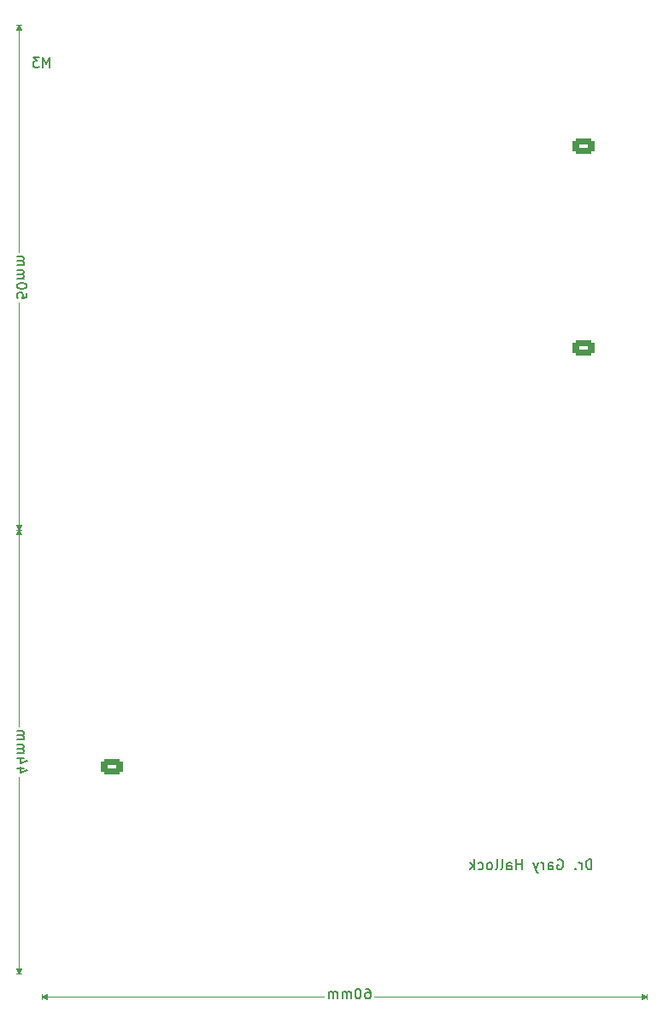
<source format=gbr>
G04 #@! TF.GenerationSoftware,KiCad,Pcbnew,7.0.2*
G04 #@! TF.CreationDate,2023-10-17T16:40:19-05:00*
G04 #@! TF.ProjectId,ContactorDriver,436f6e74-6163-4746-9f72-447269766572,rev?*
G04 #@! TF.SameCoordinates,Original*
G04 #@! TF.FileFunction,Legend,Bot*
G04 #@! TF.FilePolarity,Positive*
%FSLAX46Y46*%
G04 Gerber Fmt 4.6, Leading zero omitted, Abs format (unit mm)*
G04 Created by KiCad (PCBNEW 7.0.2) date 2023-10-17 16:40:19*
%MOMM*%
%LPD*%
G01*
G04 APERTURE LIST*
G04 Aperture macros list*
%AMRoundRect*
0 Rectangle with rounded corners*
0 $1 Rounding radius*
0 $2 $3 $4 $5 $6 $7 $8 $9 X,Y pos of 4 corners*
0 Add a 4 corners polygon primitive as box body*
4,1,4,$2,$3,$4,$5,$6,$7,$8,$9,$2,$3,0*
0 Add four circle primitives for the rounded corners*
1,1,$1+$1,$2,$3*
1,1,$1+$1,$4,$5*
1,1,$1+$1,$6,$7*
1,1,$1+$1,$8,$9*
0 Add four rect primitives between the rounded corners*
20,1,$1+$1,$2,$3,$4,$5,0*
20,1,$1+$1,$4,$5,$6,$7,0*
20,1,$1+$1,$6,$7,$8,$9,0*
20,1,$1+$1,$8,$9,$2,$3,0*%
G04 Aperture macros list end*
%ADD10C,0.120000*%
%ADD11C,0.100000*%
%ADD12C,0.150000*%
%ADD13C,2.902000*%
%ADD14O,2.122000X1.602000*%
%ADD15RoundRect,0.301001X0.759999X-0.499999X0.759999X0.499999X-0.759999X0.499999X-0.759999X-0.499999X0*%
%ADD16C,3.000000*%
%ADD17RoundRect,0.301001X-0.759999X0.499999X-0.759999X-0.499999X0.759999X-0.499999X0.759999X0.499999X0*%
%ADD18C,4.602880*%
%ADD19C,3.200000*%
%ADD20O,1.902000X1.302000*%
%ADD21C,1.270000*%
%ADD22C,1.802000*%
G04 APERTURE END LIST*
D10*
X167000000Y-167250000D02*
X195000000Y-167250000D01*
X226500000Y-167250000D02*
X200000000Y-167250000D01*
X167000000Y-167000000D02*
X167000000Y-167500000D01*
D11*
X167500000Y-167500000D02*
X167000000Y-167250000D01*
X167500000Y-167000000D01*
X167500000Y-167500000D01*
G36*
X167500000Y-167500000D02*
G01*
X167000000Y-167250000D01*
X167500000Y-167000000D01*
X167500000Y-167500000D01*
G37*
X165000000Y-121500000D02*
X164500000Y-121500000D01*
X164750000Y-121000000D01*
X165000000Y-121500000D01*
G36*
X165000000Y-121500000D02*
G01*
X164500000Y-121500000D01*
X164750000Y-121000000D01*
X165000000Y-121500000D01*
G37*
X164750000Y-121000000D02*
X164500000Y-120500000D01*
X165000000Y-120500000D01*
X164750000Y-121000000D01*
G36*
X164750000Y-121000000D02*
G01*
X164500000Y-120500000D01*
X165000000Y-120500000D01*
X164750000Y-121000000D01*
G37*
D10*
X164500000Y-71000000D02*
X165000000Y-71000000D01*
X164750000Y-93500000D02*
X164750000Y-71500000D01*
X165000000Y-121000000D02*
X164500000Y-121000000D01*
X164750000Y-164500000D02*
X164750000Y-145500000D01*
D11*
X165000000Y-71500000D02*
X164500000Y-71500000D01*
X164750000Y-71000000D01*
X165000000Y-71500000D01*
G36*
X165000000Y-71500000D02*
G01*
X164500000Y-71500000D01*
X164750000Y-71000000D01*
X165000000Y-71500000D01*
G37*
D10*
X164750000Y-120500000D02*
X164750000Y-98500000D01*
D11*
X164750000Y-165000000D02*
X164500000Y-164500000D01*
X165000000Y-164500000D01*
X164750000Y-165000000D01*
G36*
X164750000Y-165000000D02*
G01*
X164500000Y-164500000D01*
X165000000Y-164500000D01*
X164750000Y-165000000D01*
G37*
D10*
X165000000Y-165000000D02*
X164500000Y-165000000D01*
D11*
X227000000Y-167250000D02*
X226500000Y-167500000D01*
X226500000Y-167000000D01*
X227000000Y-167250000D01*
G36*
X227000000Y-167250000D02*
G01*
X226500000Y-167500000D01*
X226500000Y-167000000D01*
X227000000Y-167250000D01*
G37*
D10*
X227000000Y-167500000D02*
X227000000Y-167000000D01*
X164750000Y-140500000D02*
X164750000Y-121500000D01*
D12*
X199119047Y-166462619D02*
X199309523Y-166462619D01*
X199309523Y-166462619D02*
X199404761Y-166510238D01*
X199404761Y-166510238D02*
X199452380Y-166557857D01*
X199452380Y-166557857D02*
X199547618Y-166700714D01*
X199547618Y-166700714D02*
X199595237Y-166891190D01*
X199595237Y-166891190D02*
X199595237Y-167272142D01*
X199595237Y-167272142D02*
X199547618Y-167367380D01*
X199547618Y-167367380D02*
X199499999Y-167415000D01*
X199499999Y-167415000D02*
X199404761Y-167462619D01*
X199404761Y-167462619D02*
X199214285Y-167462619D01*
X199214285Y-167462619D02*
X199119047Y-167415000D01*
X199119047Y-167415000D02*
X199071428Y-167367380D01*
X199071428Y-167367380D02*
X199023809Y-167272142D01*
X199023809Y-167272142D02*
X199023809Y-167034047D01*
X199023809Y-167034047D02*
X199071428Y-166938809D01*
X199071428Y-166938809D02*
X199119047Y-166891190D01*
X199119047Y-166891190D02*
X199214285Y-166843571D01*
X199214285Y-166843571D02*
X199404761Y-166843571D01*
X199404761Y-166843571D02*
X199499999Y-166891190D01*
X199499999Y-166891190D02*
X199547618Y-166938809D01*
X199547618Y-166938809D02*
X199595237Y-167034047D01*
X198404761Y-166462619D02*
X198309523Y-166462619D01*
X198309523Y-166462619D02*
X198214285Y-166510238D01*
X198214285Y-166510238D02*
X198166666Y-166557857D01*
X198166666Y-166557857D02*
X198119047Y-166653095D01*
X198119047Y-166653095D02*
X198071428Y-166843571D01*
X198071428Y-166843571D02*
X198071428Y-167081666D01*
X198071428Y-167081666D02*
X198119047Y-167272142D01*
X198119047Y-167272142D02*
X198166666Y-167367380D01*
X198166666Y-167367380D02*
X198214285Y-167415000D01*
X198214285Y-167415000D02*
X198309523Y-167462619D01*
X198309523Y-167462619D02*
X198404761Y-167462619D01*
X198404761Y-167462619D02*
X198499999Y-167415000D01*
X198499999Y-167415000D02*
X198547618Y-167367380D01*
X198547618Y-167367380D02*
X198595237Y-167272142D01*
X198595237Y-167272142D02*
X198642856Y-167081666D01*
X198642856Y-167081666D02*
X198642856Y-166843571D01*
X198642856Y-166843571D02*
X198595237Y-166653095D01*
X198595237Y-166653095D02*
X198547618Y-166557857D01*
X198547618Y-166557857D02*
X198499999Y-166510238D01*
X198499999Y-166510238D02*
X198404761Y-166462619D01*
X197642856Y-167462619D02*
X197642856Y-166795952D01*
X197642856Y-166891190D02*
X197595237Y-166843571D01*
X197595237Y-166843571D02*
X197499999Y-166795952D01*
X197499999Y-166795952D02*
X197357142Y-166795952D01*
X197357142Y-166795952D02*
X197261904Y-166843571D01*
X197261904Y-166843571D02*
X197214285Y-166938809D01*
X197214285Y-166938809D02*
X197214285Y-167462619D01*
X197214285Y-166938809D02*
X197166666Y-166843571D01*
X197166666Y-166843571D02*
X197071428Y-166795952D01*
X197071428Y-166795952D02*
X196928571Y-166795952D01*
X196928571Y-166795952D02*
X196833332Y-166843571D01*
X196833332Y-166843571D02*
X196785713Y-166938809D01*
X196785713Y-166938809D02*
X196785713Y-167462619D01*
X196309523Y-167462619D02*
X196309523Y-166795952D01*
X196309523Y-166891190D02*
X196261904Y-166843571D01*
X196261904Y-166843571D02*
X196166666Y-166795952D01*
X196166666Y-166795952D02*
X196023809Y-166795952D01*
X196023809Y-166795952D02*
X195928571Y-166843571D01*
X195928571Y-166843571D02*
X195880952Y-166938809D01*
X195880952Y-166938809D02*
X195880952Y-167462619D01*
X195880952Y-166938809D02*
X195833333Y-166843571D01*
X195833333Y-166843571D02*
X195738095Y-166795952D01*
X195738095Y-166795952D02*
X195595238Y-166795952D01*
X195595238Y-166795952D02*
X195499999Y-166843571D01*
X195499999Y-166843571D02*
X195452380Y-166938809D01*
X195452380Y-166938809D02*
X195452380Y-167462619D01*
X221500000Y-154662619D02*
X221500000Y-153662619D01*
X221500000Y-153662619D02*
X221261905Y-153662619D01*
X221261905Y-153662619D02*
X221119048Y-153710238D01*
X221119048Y-153710238D02*
X221023810Y-153805476D01*
X221023810Y-153805476D02*
X220976191Y-153900714D01*
X220976191Y-153900714D02*
X220928572Y-154091190D01*
X220928572Y-154091190D02*
X220928572Y-154234047D01*
X220928572Y-154234047D02*
X220976191Y-154424523D01*
X220976191Y-154424523D02*
X221023810Y-154519761D01*
X221023810Y-154519761D02*
X221119048Y-154615000D01*
X221119048Y-154615000D02*
X221261905Y-154662619D01*
X221261905Y-154662619D02*
X221500000Y-154662619D01*
X220500000Y-154662619D02*
X220500000Y-153995952D01*
X220500000Y-154186428D02*
X220452381Y-154091190D01*
X220452381Y-154091190D02*
X220404762Y-154043571D01*
X220404762Y-154043571D02*
X220309524Y-153995952D01*
X220309524Y-153995952D02*
X220214286Y-153995952D01*
X219880952Y-154567380D02*
X219833333Y-154615000D01*
X219833333Y-154615000D02*
X219880952Y-154662619D01*
X219880952Y-154662619D02*
X219928571Y-154615000D01*
X219928571Y-154615000D02*
X219880952Y-154567380D01*
X219880952Y-154567380D02*
X219880952Y-154662619D01*
X218119048Y-153710238D02*
X218214286Y-153662619D01*
X218214286Y-153662619D02*
X218357143Y-153662619D01*
X218357143Y-153662619D02*
X218500000Y-153710238D01*
X218500000Y-153710238D02*
X218595238Y-153805476D01*
X218595238Y-153805476D02*
X218642857Y-153900714D01*
X218642857Y-153900714D02*
X218690476Y-154091190D01*
X218690476Y-154091190D02*
X218690476Y-154234047D01*
X218690476Y-154234047D02*
X218642857Y-154424523D01*
X218642857Y-154424523D02*
X218595238Y-154519761D01*
X218595238Y-154519761D02*
X218500000Y-154615000D01*
X218500000Y-154615000D02*
X218357143Y-154662619D01*
X218357143Y-154662619D02*
X218261905Y-154662619D01*
X218261905Y-154662619D02*
X218119048Y-154615000D01*
X218119048Y-154615000D02*
X218071429Y-154567380D01*
X218071429Y-154567380D02*
X218071429Y-154234047D01*
X218071429Y-154234047D02*
X218261905Y-154234047D01*
X217214286Y-154662619D02*
X217214286Y-154138809D01*
X217214286Y-154138809D02*
X217261905Y-154043571D01*
X217261905Y-154043571D02*
X217357143Y-153995952D01*
X217357143Y-153995952D02*
X217547619Y-153995952D01*
X217547619Y-153995952D02*
X217642857Y-154043571D01*
X217214286Y-154615000D02*
X217309524Y-154662619D01*
X217309524Y-154662619D02*
X217547619Y-154662619D01*
X217547619Y-154662619D02*
X217642857Y-154615000D01*
X217642857Y-154615000D02*
X217690476Y-154519761D01*
X217690476Y-154519761D02*
X217690476Y-154424523D01*
X217690476Y-154424523D02*
X217642857Y-154329285D01*
X217642857Y-154329285D02*
X217547619Y-154281666D01*
X217547619Y-154281666D02*
X217309524Y-154281666D01*
X217309524Y-154281666D02*
X217214286Y-154234047D01*
X216738095Y-154662619D02*
X216738095Y-153995952D01*
X216738095Y-154186428D02*
X216690476Y-154091190D01*
X216690476Y-154091190D02*
X216642857Y-154043571D01*
X216642857Y-154043571D02*
X216547619Y-153995952D01*
X216547619Y-153995952D02*
X216452381Y-153995952D01*
X216214285Y-153995952D02*
X215976190Y-154662619D01*
X215738095Y-153995952D02*
X215976190Y-154662619D01*
X215976190Y-154662619D02*
X216071428Y-154900714D01*
X216071428Y-154900714D02*
X216119047Y-154948333D01*
X216119047Y-154948333D02*
X216214285Y-154995952D01*
X214595237Y-154662619D02*
X214595237Y-153662619D01*
X214595237Y-154138809D02*
X214023809Y-154138809D01*
X214023809Y-154662619D02*
X214023809Y-153662619D01*
X213119047Y-154662619D02*
X213119047Y-154138809D01*
X213119047Y-154138809D02*
X213166666Y-154043571D01*
X213166666Y-154043571D02*
X213261904Y-153995952D01*
X213261904Y-153995952D02*
X213452380Y-153995952D01*
X213452380Y-153995952D02*
X213547618Y-154043571D01*
X213119047Y-154615000D02*
X213214285Y-154662619D01*
X213214285Y-154662619D02*
X213452380Y-154662619D01*
X213452380Y-154662619D02*
X213547618Y-154615000D01*
X213547618Y-154615000D02*
X213595237Y-154519761D01*
X213595237Y-154519761D02*
X213595237Y-154424523D01*
X213595237Y-154424523D02*
X213547618Y-154329285D01*
X213547618Y-154329285D02*
X213452380Y-154281666D01*
X213452380Y-154281666D02*
X213214285Y-154281666D01*
X213214285Y-154281666D02*
X213119047Y-154234047D01*
X212499999Y-154662619D02*
X212595237Y-154615000D01*
X212595237Y-154615000D02*
X212642856Y-154519761D01*
X212642856Y-154519761D02*
X212642856Y-153662619D01*
X211976189Y-154662619D02*
X212071427Y-154615000D01*
X212071427Y-154615000D02*
X212119046Y-154519761D01*
X212119046Y-154519761D02*
X212119046Y-153662619D01*
X211452379Y-154662619D02*
X211547617Y-154615000D01*
X211547617Y-154615000D02*
X211595236Y-154567380D01*
X211595236Y-154567380D02*
X211642855Y-154472142D01*
X211642855Y-154472142D02*
X211642855Y-154186428D01*
X211642855Y-154186428D02*
X211595236Y-154091190D01*
X211595236Y-154091190D02*
X211547617Y-154043571D01*
X211547617Y-154043571D02*
X211452379Y-153995952D01*
X211452379Y-153995952D02*
X211309522Y-153995952D01*
X211309522Y-153995952D02*
X211214284Y-154043571D01*
X211214284Y-154043571D02*
X211166665Y-154091190D01*
X211166665Y-154091190D02*
X211119046Y-154186428D01*
X211119046Y-154186428D02*
X211119046Y-154472142D01*
X211119046Y-154472142D02*
X211166665Y-154567380D01*
X211166665Y-154567380D02*
X211214284Y-154615000D01*
X211214284Y-154615000D02*
X211309522Y-154662619D01*
X211309522Y-154662619D02*
X211452379Y-154662619D01*
X210261903Y-154615000D02*
X210357141Y-154662619D01*
X210357141Y-154662619D02*
X210547617Y-154662619D01*
X210547617Y-154662619D02*
X210642855Y-154615000D01*
X210642855Y-154615000D02*
X210690474Y-154567380D01*
X210690474Y-154567380D02*
X210738093Y-154472142D01*
X210738093Y-154472142D02*
X210738093Y-154186428D01*
X210738093Y-154186428D02*
X210690474Y-154091190D01*
X210690474Y-154091190D02*
X210642855Y-154043571D01*
X210642855Y-154043571D02*
X210547617Y-153995952D01*
X210547617Y-153995952D02*
X210357141Y-153995952D01*
X210357141Y-153995952D02*
X210261903Y-154043571D01*
X209833331Y-154662619D02*
X209833331Y-153662619D01*
X209738093Y-154281666D02*
X209452379Y-154662619D01*
X209452379Y-153995952D02*
X209833331Y-154376904D01*
X165204047Y-144619047D02*
X164537380Y-144619047D01*
X165585000Y-144857142D02*
X164870714Y-145095237D01*
X164870714Y-145095237D02*
X164870714Y-144476190D01*
X165204047Y-143666666D02*
X164537380Y-143666666D01*
X165585000Y-143904761D02*
X164870714Y-144142856D01*
X164870714Y-144142856D02*
X164870714Y-143523809D01*
X164537380Y-143142856D02*
X165204047Y-143142856D01*
X165108809Y-143142856D02*
X165156428Y-143095237D01*
X165156428Y-143095237D02*
X165204047Y-142999999D01*
X165204047Y-142999999D02*
X165204047Y-142857142D01*
X165204047Y-142857142D02*
X165156428Y-142761904D01*
X165156428Y-142761904D02*
X165061190Y-142714285D01*
X165061190Y-142714285D02*
X164537380Y-142714285D01*
X165061190Y-142714285D02*
X165156428Y-142666666D01*
X165156428Y-142666666D02*
X165204047Y-142571428D01*
X165204047Y-142571428D02*
X165204047Y-142428571D01*
X165204047Y-142428571D02*
X165156428Y-142333332D01*
X165156428Y-142333332D02*
X165061190Y-142285713D01*
X165061190Y-142285713D02*
X164537380Y-142285713D01*
X164537380Y-141809523D02*
X165204047Y-141809523D01*
X165108809Y-141809523D02*
X165156428Y-141761904D01*
X165156428Y-141761904D02*
X165204047Y-141666666D01*
X165204047Y-141666666D02*
X165204047Y-141523809D01*
X165204047Y-141523809D02*
X165156428Y-141428571D01*
X165156428Y-141428571D02*
X165061190Y-141380952D01*
X165061190Y-141380952D02*
X164537380Y-141380952D01*
X165061190Y-141380952D02*
X165156428Y-141333333D01*
X165156428Y-141333333D02*
X165204047Y-141238095D01*
X165204047Y-141238095D02*
X165204047Y-141095238D01*
X165204047Y-141095238D02*
X165156428Y-140999999D01*
X165156428Y-140999999D02*
X165061190Y-140952380D01*
X165061190Y-140952380D02*
X164537380Y-140952380D01*
X167809523Y-75212619D02*
X167809523Y-74212619D01*
X167809523Y-74212619D02*
X167476190Y-74926904D01*
X167476190Y-74926904D02*
X167142857Y-74212619D01*
X167142857Y-74212619D02*
X167142857Y-75212619D01*
X166761904Y-74212619D02*
X166142857Y-74212619D01*
X166142857Y-74212619D02*
X166476190Y-74593571D01*
X166476190Y-74593571D02*
X166333333Y-74593571D01*
X166333333Y-74593571D02*
X166238095Y-74641190D01*
X166238095Y-74641190D02*
X166190476Y-74688809D01*
X166190476Y-74688809D02*
X166142857Y-74784047D01*
X166142857Y-74784047D02*
X166142857Y-75022142D01*
X166142857Y-75022142D02*
X166190476Y-75117380D01*
X166190476Y-75117380D02*
X166238095Y-75165000D01*
X166238095Y-75165000D02*
X166333333Y-75212619D01*
X166333333Y-75212619D02*
X166619047Y-75212619D01*
X166619047Y-75212619D02*
X166714285Y-75165000D01*
X166714285Y-75165000D02*
X166761904Y-75117380D01*
X165537380Y-97571428D02*
X165537380Y-98047618D01*
X165537380Y-98047618D02*
X165061190Y-98095237D01*
X165061190Y-98095237D02*
X165108809Y-98047618D01*
X165108809Y-98047618D02*
X165156428Y-97952380D01*
X165156428Y-97952380D02*
X165156428Y-97714285D01*
X165156428Y-97714285D02*
X165108809Y-97619047D01*
X165108809Y-97619047D02*
X165061190Y-97571428D01*
X165061190Y-97571428D02*
X164965952Y-97523809D01*
X164965952Y-97523809D02*
X164727857Y-97523809D01*
X164727857Y-97523809D02*
X164632619Y-97571428D01*
X164632619Y-97571428D02*
X164585000Y-97619047D01*
X164585000Y-97619047D02*
X164537380Y-97714285D01*
X164537380Y-97714285D02*
X164537380Y-97952380D01*
X164537380Y-97952380D02*
X164585000Y-98047618D01*
X164585000Y-98047618D02*
X164632619Y-98095237D01*
X165537380Y-96904761D02*
X165537380Y-96809523D01*
X165537380Y-96809523D02*
X165489761Y-96714285D01*
X165489761Y-96714285D02*
X165442142Y-96666666D01*
X165442142Y-96666666D02*
X165346904Y-96619047D01*
X165346904Y-96619047D02*
X165156428Y-96571428D01*
X165156428Y-96571428D02*
X164918333Y-96571428D01*
X164918333Y-96571428D02*
X164727857Y-96619047D01*
X164727857Y-96619047D02*
X164632619Y-96666666D01*
X164632619Y-96666666D02*
X164585000Y-96714285D01*
X164585000Y-96714285D02*
X164537380Y-96809523D01*
X164537380Y-96809523D02*
X164537380Y-96904761D01*
X164537380Y-96904761D02*
X164585000Y-96999999D01*
X164585000Y-96999999D02*
X164632619Y-97047618D01*
X164632619Y-97047618D02*
X164727857Y-97095237D01*
X164727857Y-97095237D02*
X164918333Y-97142856D01*
X164918333Y-97142856D02*
X165156428Y-97142856D01*
X165156428Y-97142856D02*
X165346904Y-97095237D01*
X165346904Y-97095237D02*
X165442142Y-97047618D01*
X165442142Y-97047618D02*
X165489761Y-96999999D01*
X165489761Y-96999999D02*
X165537380Y-96904761D01*
X164537380Y-96142856D02*
X165204047Y-96142856D01*
X165108809Y-96142856D02*
X165156428Y-96095237D01*
X165156428Y-96095237D02*
X165204047Y-95999999D01*
X165204047Y-95999999D02*
X165204047Y-95857142D01*
X165204047Y-95857142D02*
X165156428Y-95761904D01*
X165156428Y-95761904D02*
X165061190Y-95714285D01*
X165061190Y-95714285D02*
X164537380Y-95714285D01*
X165061190Y-95714285D02*
X165156428Y-95666666D01*
X165156428Y-95666666D02*
X165204047Y-95571428D01*
X165204047Y-95571428D02*
X165204047Y-95428571D01*
X165204047Y-95428571D02*
X165156428Y-95333332D01*
X165156428Y-95333332D02*
X165061190Y-95285713D01*
X165061190Y-95285713D02*
X164537380Y-95285713D01*
X164537380Y-94809523D02*
X165204047Y-94809523D01*
X165108809Y-94809523D02*
X165156428Y-94761904D01*
X165156428Y-94761904D02*
X165204047Y-94666666D01*
X165204047Y-94666666D02*
X165204047Y-94523809D01*
X165204047Y-94523809D02*
X165156428Y-94428571D01*
X165156428Y-94428571D02*
X165061190Y-94380952D01*
X165061190Y-94380952D02*
X164537380Y-94380952D01*
X165061190Y-94380952D02*
X165156428Y-94333333D01*
X165156428Y-94333333D02*
X165204047Y-94238095D01*
X165204047Y-94238095D02*
X165204047Y-94095238D01*
X165204047Y-94095238D02*
X165156428Y-93999999D01*
X165156428Y-93999999D02*
X165061190Y-93952380D01*
X165061190Y-93952380D02*
X164537380Y-93952380D01*
%LPC*%
D13*
X192800000Y-76500000D03*
D14*
X173970000Y-141500000D03*
D15*
X173970000Y-144500000D03*
D16*
X169650000Y-143000000D03*
X227000000Y-165000000D03*
X227000000Y-71000000D03*
X225000000Y-84500000D03*
D17*
X220680000Y-83000000D03*
D14*
X220680000Y-86000000D03*
D18*
X226000000Y-158000000D03*
D16*
X167000000Y-165000000D03*
X225000000Y-104500000D03*
D17*
X220680000Y-103000000D03*
D14*
X220680000Y-106000000D03*
D16*
X167000000Y-71000000D03*
X167000000Y-121000000D03*
D19*
X217400000Y-158200000D03*
X196000000Y-118500000D03*
D18*
X177000000Y-120500000D03*
D20*
X193027300Y-108860000D03*
X193027300Y-106320000D03*
X193027300Y-103780000D03*
X193027300Y-101240000D03*
D21*
X168960000Y-76500000D03*
X168960000Y-91500000D03*
D22*
X167000000Y-79500000D03*
X167000000Y-82500000D03*
X167000000Y-85500000D03*
X167000000Y-88500000D03*
D13*
X215000000Y-99000000D03*
X215000000Y-110500000D03*
%LPD*%
M02*

</source>
